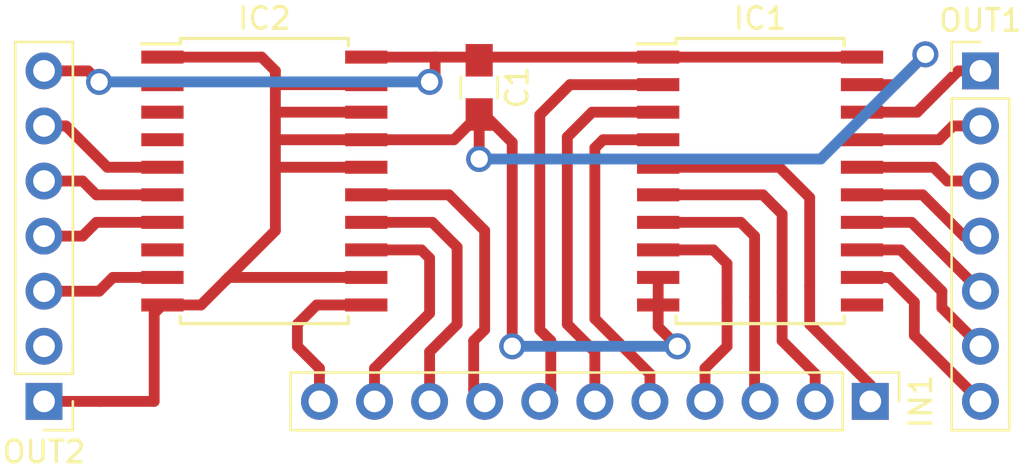
<source format=kicad_pcb>
(kicad_pcb (version 4) (host pcbnew 4.0.4-stable)

  (general
    (links 37)
    (no_connects 0)
    (area 0 0 0 0)
    (thickness 1.6)
    (drawings 0)
    (tracks 150)
    (zones 0)
    (modules 6)
    (nets 25)
  )

  (page A4)
  (layers
    (0 F.Cu signal)
    (31 B.Cu signal)
    (32 B.Adhes user)
    (33 F.Adhes user)
    (34 B.Paste user)
    (35 F.Paste user)
    (36 B.SilkS user)
    (37 F.SilkS user)
    (38 B.Mask user)
    (39 F.Mask user)
    (40 Dwgs.User user)
    (41 Cmts.User user)
    (42 Eco1.User user)
    (43 Eco2.User user)
    (44 Edge.Cuts user)
    (45 Margin user)
    (46 B.CrtYd user)
    (47 F.CrtYd user)
    (48 B.Fab user)
    (49 F.Fab user)
  )

  (setup
    (last_trace_width 0.5)
    (user_trace_width 0.4)
    (user_trace_width 0.5)
    (user_trace_width 0.75)
    (user_trace_width 1)
    (user_trace_width 1.5)
    (trace_clearance 0.5)
    (zone_clearance 0.25)
    (zone_45_only no)
    (trace_min 0.25)
    (segment_width 0.2)
    (edge_width 0.15)
    (via_size 0.6)
    (via_drill 0.4)
    (via_min_size 0.4)
    (via_min_drill 0.3)
    (user_via 1 0.6)
    (user_via 1.2 0.8)
    (uvia_size 0.3)
    (uvia_drill 0.1)
    (uvias_allowed no)
    (uvia_min_size 0.2)
    (uvia_min_drill 0.1)
    (pcb_text_width 0.3)
    (pcb_text_size 1.5 1.5)
    (mod_edge_width 0.15)
    (mod_text_size 1 1)
    (mod_text_width 0.15)
    (pad_size 1.524 1.524)
    (pad_drill 0.762)
    (pad_to_mask_clearance 0.2)
    (solder_mask_min_width 0.2)
    (aux_axis_origin 0 0)
    (visible_elements 7FFCFFFF)
    (pcbplotparams
      (layerselection 0x01000_00000001)
      (usegerberextensions false)
      (excludeedgelayer true)
      (linewidth 0.100000)
      (plotframeref false)
      (viasonmask false)
      (mode 1)
      (useauxorigin false)
      (hpglpennumber 1)
      (hpglpenspeed 20)
      (hpglpendiameter 15)
      (hpglpenoverlay 2)
      (psnegative false)
      (psa4output false)
      (plotreference true)
      (plotvalue true)
      (plotinvisibletext false)
      (padsonsilk false)
      (subtractmaskfromsilk false)
      (outputformat 2)
      (mirror false)
      (drillshape 0)
      (scaleselection 1)
      (outputdirectory gerber/))
  )

  (net 0 "")
  (net 1 GND)
  (net 2 +3V3)
  (net 3 /D3)
  (net 4 /D2)
  (net 5 /D1)
  (net 6 /D0)
  (net 7 /CAS)
  (net 8 /IOREQ)
  (net 9 /WR)
  (net 10 "Net-(IC1-Pad12)")
  (net 11 "Net-(IC1-Pad13)")
  (net 12 "Net-(IC1-Pad14)")
  (net 13 "Net-(IC1-Pad15)")
  (net 14 "Net-(IC1-Pad16)")
  (net 15 "Net-(IC1-Pad17)")
  (net 16 "Net-(IC1-Pad18)")
  (net 17 /D7)
  (net 18 /D6)
  (net 19 /D5)
  (net 20 /D4)
  (net 21 "Net-(IC2-Pad5)")
  (net 22 "Net-(IC2-Pad6)")
  (net 23 "Net-(IC2-Pad7)")
  (net 24 "Net-(IC2-Pad9)")

  (net_class Default "This is the default net class."
    (clearance 0.5)
    (trace_width 0.5)
    (via_dia 0.6)
    (via_drill 0.4)
    (uvia_dia 0.3)
    (uvia_drill 0.1)
    (add_net +3V3)
    (add_net /CAS)
    (add_net /D0)
    (add_net /D1)
    (add_net /D2)
    (add_net /D3)
    (add_net /D4)
    (add_net /D5)
    (add_net /D6)
    (add_net /D7)
    (add_net /IOREQ)
    (add_net /WR)
    (add_net GND)
    (add_net "Net-(IC1-Pad12)")
    (add_net "Net-(IC1-Pad13)")
    (add_net "Net-(IC1-Pad14)")
    (add_net "Net-(IC1-Pad15)")
    (add_net "Net-(IC1-Pad16)")
    (add_net "Net-(IC1-Pad17)")
    (add_net "Net-(IC1-Pad18)")
    (add_net "Net-(IC2-Pad5)")
    (add_net "Net-(IC2-Pad6)")
    (add_net "Net-(IC2-Pad7)")
    (add_net "Net-(IC2-Pad9)")
  )

  (module Capacitors_SMD:C_0805_HandSoldering (layer F.Cu) (tedit 58AA84A8) (tstamp 59E3B3C2)
    (at 162.306 94.742 270)
    (descr "Capacitor SMD 0805, hand soldering")
    (tags "capacitor 0805")
    (path /59F1E075)
    (attr smd)
    (fp_text reference C1 (at 0 -1.75 270) (layer F.SilkS)
      (effects (font (size 1 1) (thickness 0.15)))
    )
    (fp_text value 10uF (at 0 1.75 270) (layer F.Fab)
      (effects (font (size 1 1) (thickness 0.15)))
    )
    (fp_text user %R (at 0 -1.75 270) (layer F.Fab)
      (effects (font (size 1 1) (thickness 0.15)))
    )
    (fp_line (start -1 0.62) (end -1 -0.62) (layer F.Fab) (width 0.1))
    (fp_line (start 1 0.62) (end -1 0.62) (layer F.Fab) (width 0.1))
    (fp_line (start 1 -0.62) (end 1 0.62) (layer F.Fab) (width 0.1))
    (fp_line (start -1 -0.62) (end 1 -0.62) (layer F.Fab) (width 0.1))
    (fp_line (start 0.5 -0.85) (end -0.5 -0.85) (layer F.SilkS) (width 0.12))
    (fp_line (start -0.5 0.85) (end 0.5 0.85) (layer F.SilkS) (width 0.12))
    (fp_line (start -2.25 -0.88) (end 2.25 -0.88) (layer F.CrtYd) (width 0.05))
    (fp_line (start -2.25 -0.88) (end -2.25 0.87) (layer F.CrtYd) (width 0.05))
    (fp_line (start 2.25 0.87) (end 2.25 -0.88) (layer F.CrtYd) (width 0.05))
    (fp_line (start 2.25 0.87) (end -2.25 0.87) (layer F.CrtYd) (width 0.05))
    (pad 1 smd rect (at -1.25 0 270) (size 1.5 1.25) (layers F.Cu F.Paste F.Mask)
      (net 2 +3V3))
    (pad 2 smd rect (at 1.25 0 270) (size 1.5 1.25) (layers F.Cu F.Paste F.Mask)
      (net 1 GND))
    (model Capacitors_SMD.3dshapes/C_0805.wrl
      (at (xyz 0 0 0))
      (scale (xyz 1 1 1))
      (rotate (xyz 0 0 0))
    )
  )

  (module Housings_SOIC:SOIC-20W_7.5x12.8mm_Pitch1.27mm (layer F.Cu) (tedit 58CC8F64) (tstamp 59F1B0F1)
    (at 175.26 99.06)
    (descr "20-Lead Plastic Small Outline (SO) - Wide, 7.50 mm Body [SOIC] (see Microchip Packaging Specification 00000049BS.pdf)")
    (tags "SOIC 1.27")
    (path /59F1AB13)
    (attr smd)
    (fp_text reference IC1 (at 0 -7.5) (layer F.SilkS)
      (effects (font (size 1 1) (thickness 0.15)))
    )
    (fp_text value LVC245A (at 0 7.5) (layer F.Fab)
      (effects (font (size 1 1) (thickness 0.15)))
    )
    (fp_text user %R (at 0 0) (layer F.Fab)
      (effects (font (size 1 1) (thickness 0.15)))
    )
    (fp_line (start -2.75 -6.4) (end 3.75 -6.4) (layer F.Fab) (width 0.15))
    (fp_line (start 3.75 -6.4) (end 3.75 6.4) (layer F.Fab) (width 0.15))
    (fp_line (start 3.75 6.4) (end -3.75 6.4) (layer F.Fab) (width 0.15))
    (fp_line (start -3.75 6.4) (end -3.75 -5.4) (layer F.Fab) (width 0.15))
    (fp_line (start -3.75 -5.4) (end -2.75 -6.4) (layer F.Fab) (width 0.15))
    (fp_line (start -5.95 -6.75) (end -5.95 6.75) (layer F.CrtYd) (width 0.05))
    (fp_line (start 5.95 -6.75) (end 5.95 6.75) (layer F.CrtYd) (width 0.05))
    (fp_line (start -5.95 -6.75) (end 5.95 -6.75) (layer F.CrtYd) (width 0.05))
    (fp_line (start -5.95 6.75) (end 5.95 6.75) (layer F.CrtYd) (width 0.05))
    (fp_line (start -3.875 -6.575) (end -3.875 -6.325) (layer F.SilkS) (width 0.15))
    (fp_line (start 3.875 -6.575) (end 3.875 -6.24) (layer F.SilkS) (width 0.15))
    (fp_line (start 3.875 6.575) (end 3.875 6.24) (layer F.SilkS) (width 0.15))
    (fp_line (start -3.875 6.575) (end -3.875 6.24) (layer F.SilkS) (width 0.15))
    (fp_line (start -3.875 -6.575) (end 3.875 -6.575) (layer F.SilkS) (width 0.15))
    (fp_line (start -3.875 6.575) (end 3.875 6.575) (layer F.SilkS) (width 0.15))
    (fp_line (start -3.875 -6.325) (end -5.675 -6.325) (layer F.SilkS) (width 0.15))
    (pad 1 smd rect (at -4.7 -5.715) (size 1.95 0.6) (layers F.Cu F.Paste F.Mask)
      (net 2 +3V3))
    (pad 2 smd rect (at -4.7 -4.445) (size 1.95 0.6) (layers F.Cu F.Paste F.Mask)
      (net 3 /D3))
    (pad 3 smd rect (at -4.7 -3.175) (size 1.95 0.6) (layers F.Cu F.Paste F.Mask)
      (net 4 /D2))
    (pad 4 smd rect (at -4.7 -1.905) (size 1.95 0.6) (layers F.Cu F.Paste F.Mask)
      (net 5 /D1))
    (pad 5 smd rect (at -4.7 -0.635) (size 1.95 0.6) (layers F.Cu F.Paste F.Mask)
      (net 9 /WR))
    (pad 6 smd rect (at -4.7 0.635) (size 1.95 0.6) (layers F.Cu F.Paste F.Mask)
      (net 8 /IOREQ))
    (pad 7 smd rect (at -4.7 1.905) (size 1.95 0.6) (layers F.Cu F.Paste F.Mask)
      (net 7 /CAS))
    (pad 8 smd rect (at -4.7 3.175) (size 1.95 0.6) (layers F.Cu F.Paste F.Mask)
      (net 6 /D0))
    (pad 9 smd rect (at -4.7 4.445) (size 1.95 0.6) (layers F.Cu F.Paste F.Mask)
      (net 1 GND))
    (pad 10 smd rect (at -4.7 5.715) (size 1.95 0.6) (layers F.Cu F.Paste F.Mask)
      (net 1 GND))
    (pad 11 smd rect (at 4.7 5.715) (size 1.95 0.6) (layers F.Cu F.Paste F.Mask))
    (pad 12 smd rect (at 4.7 4.445) (size 1.95 0.6) (layers F.Cu F.Paste F.Mask)
      (net 10 "Net-(IC1-Pad12)"))
    (pad 13 smd rect (at 4.7 3.175) (size 1.95 0.6) (layers F.Cu F.Paste F.Mask)
      (net 11 "Net-(IC1-Pad13)"))
    (pad 14 smd rect (at 4.7 1.905) (size 1.95 0.6) (layers F.Cu F.Paste F.Mask)
      (net 12 "Net-(IC1-Pad14)"))
    (pad 15 smd rect (at 4.7 0.635) (size 1.95 0.6) (layers F.Cu F.Paste F.Mask)
      (net 13 "Net-(IC1-Pad15)"))
    (pad 16 smd rect (at 4.7 -0.635) (size 1.95 0.6) (layers F.Cu F.Paste F.Mask)
      (net 14 "Net-(IC1-Pad16)"))
    (pad 17 smd rect (at 4.7 -1.905) (size 1.95 0.6) (layers F.Cu F.Paste F.Mask)
      (net 15 "Net-(IC1-Pad17)"))
    (pad 18 smd rect (at 4.7 -3.175) (size 1.95 0.6) (layers F.Cu F.Paste F.Mask)
      (net 16 "Net-(IC1-Pad18)"))
    (pad 19 smd rect (at 4.7 -4.445) (size 1.95 0.6) (layers F.Cu F.Paste F.Mask)
      (net 1 GND))
    (pad 20 smd rect (at 4.7 -5.715) (size 1.95 0.6) (layers F.Cu F.Paste F.Mask)
      (net 2 +3V3))
    (model ${KISYS3DMOD}/Housings_SOIC.3dshapes/SOIC-20W_7.5x12.8mm_Pitch1.27mm.wrl
      (at (xyz 0 0 0))
      (scale (xyz 1 1 1))
      (rotate (xyz 0 0 0))
    )
  )

  (module Housings_SOIC:SOIC-20W_7.5x12.8mm_Pitch1.27mm (layer F.Cu) (tedit 58CC8F64) (tstamp 59F1B109)
    (at 152.4 99.06)
    (descr "20-Lead Plastic Small Outline (SO) - Wide, 7.50 mm Body [SOIC] (see Microchip Packaging Specification 00000049BS.pdf)")
    (tags "SOIC 1.27")
    (path /59F1A87D)
    (attr smd)
    (fp_text reference IC2 (at 0 -7.5) (layer F.SilkS)
      (effects (font (size 1 1) (thickness 0.15)))
    )
    (fp_text value LVC245A (at 0 7.5) (layer F.Fab)
      (effects (font (size 1 1) (thickness 0.15)))
    )
    (fp_text user %R (at 0 0) (layer F.Fab)
      (effects (font (size 1 1) (thickness 0.15)))
    )
    (fp_line (start -2.75 -6.4) (end 3.75 -6.4) (layer F.Fab) (width 0.15))
    (fp_line (start 3.75 -6.4) (end 3.75 6.4) (layer F.Fab) (width 0.15))
    (fp_line (start 3.75 6.4) (end -3.75 6.4) (layer F.Fab) (width 0.15))
    (fp_line (start -3.75 6.4) (end -3.75 -5.4) (layer F.Fab) (width 0.15))
    (fp_line (start -3.75 -5.4) (end -2.75 -6.4) (layer F.Fab) (width 0.15))
    (fp_line (start -5.95 -6.75) (end -5.95 6.75) (layer F.CrtYd) (width 0.05))
    (fp_line (start 5.95 -6.75) (end 5.95 6.75) (layer F.CrtYd) (width 0.05))
    (fp_line (start -5.95 -6.75) (end 5.95 -6.75) (layer F.CrtYd) (width 0.05))
    (fp_line (start -5.95 6.75) (end 5.95 6.75) (layer F.CrtYd) (width 0.05))
    (fp_line (start -3.875 -6.575) (end -3.875 -6.325) (layer F.SilkS) (width 0.15))
    (fp_line (start 3.875 -6.575) (end 3.875 -6.24) (layer F.SilkS) (width 0.15))
    (fp_line (start 3.875 6.575) (end 3.875 6.24) (layer F.SilkS) (width 0.15))
    (fp_line (start -3.875 6.575) (end -3.875 6.24) (layer F.SilkS) (width 0.15))
    (fp_line (start -3.875 -6.575) (end 3.875 -6.575) (layer F.SilkS) (width 0.15))
    (fp_line (start -3.875 6.575) (end 3.875 6.575) (layer F.SilkS) (width 0.15))
    (fp_line (start -3.875 -6.325) (end -5.675 -6.325) (layer F.SilkS) (width 0.15))
    (pad 1 smd rect (at -4.7 -5.715) (size 1.95 0.6) (layers F.Cu F.Paste F.Mask)
      (net 1 GND))
    (pad 2 smd rect (at -4.7 -4.445) (size 1.95 0.6) (layers F.Cu F.Paste F.Mask))
    (pad 3 smd rect (at -4.7 -3.175) (size 1.95 0.6) (layers F.Cu F.Paste F.Mask))
    (pad 4 smd rect (at -4.7 -1.905) (size 1.95 0.6) (layers F.Cu F.Paste F.Mask))
    (pad 5 smd rect (at -4.7 -0.635) (size 1.95 0.6) (layers F.Cu F.Paste F.Mask)
      (net 21 "Net-(IC2-Pad5)"))
    (pad 6 smd rect (at -4.7 0.635) (size 1.95 0.6) (layers F.Cu F.Paste F.Mask)
      (net 22 "Net-(IC2-Pad6)"))
    (pad 7 smd rect (at -4.7 1.905) (size 1.95 0.6) (layers F.Cu F.Paste F.Mask)
      (net 23 "Net-(IC2-Pad7)"))
    (pad 8 smd rect (at -4.7 3.175) (size 1.95 0.6) (layers F.Cu F.Paste F.Mask))
    (pad 9 smd rect (at -4.7 4.445) (size 1.95 0.6) (layers F.Cu F.Paste F.Mask)
      (net 24 "Net-(IC2-Pad9)"))
    (pad 10 smd rect (at -4.7 5.715) (size 1.95 0.6) (layers F.Cu F.Paste F.Mask)
      (net 1 GND))
    (pad 11 smd rect (at 4.7 5.715) (size 1.95 0.6) (layers F.Cu F.Paste F.Mask)
      (net 17 /D7))
    (pad 12 smd rect (at 4.7 4.445) (size 1.95 0.6) (layers F.Cu F.Paste F.Mask)
      (net 1 GND))
    (pad 13 smd rect (at 4.7 3.175) (size 1.95 0.6) (layers F.Cu F.Paste F.Mask)
      (net 18 /D6))
    (pad 14 smd rect (at 4.7 1.905) (size 1.95 0.6) (layers F.Cu F.Paste F.Mask)
      (net 19 /D5))
    (pad 15 smd rect (at 4.7 0.635) (size 1.95 0.6) (layers F.Cu F.Paste F.Mask)
      (net 20 /D4))
    (pad 16 smd rect (at 4.7 -0.635) (size 1.95 0.6) (layers F.Cu F.Paste F.Mask)
      (net 1 GND))
    (pad 17 smd rect (at 4.7 -1.905) (size 1.95 0.6) (layers F.Cu F.Paste F.Mask)
      (net 1 GND))
    (pad 18 smd rect (at 4.7 -3.175) (size 1.95 0.6) (layers F.Cu F.Paste F.Mask)
      (net 1 GND))
    (pad 19 smd rect (at 4.7 -4.445) (size 1.95 0.6) (layers F.Cu F.Paste F.Mask)
      (net 1 GND))
    (pad 20 smd rect (at 4.7 -5.715) (size 1.95 0.6) (layers F.Cu F.Paste F.Mask)
      (net 2 +3V3))
    (model ${KISYS3DMOD}/Housings_SOIC.3dshapes/SOIC-20W_7.5x12.8mm_Pitch1.27mm.wrl
      (at (xyz 0 0 0))
      (scale (xyz 1 1 1))
      (rotate (xyz 0 0 0))
    )
  )

  (module Pin_Headers:Pin_Header_Straight_1x07_Pitch2.54mm (layer F.Cu) (tedit 59650532) (tstamp 59F1B126)
    (at 185.42 93.98)
    (descr "Through hole straight pin header, 1x07, 2.54mm pitch, single row")
    (tags "Through hole pin header THT 1x07 2.54mm single row")
    (path /59F1A78D)
    (fp_text reference OUT1 (at 0 -2.33) (layer F.SilkS)
      (effects (font (size 1 1) (thickness 0.15)))
    )
    (fp_text value CONN_01X07 (at 0 17.57) (layer F.Fab)
      (effects (font (size 1 1) (thickness 0.15)))
    )
    (fp_line (start -0.635 -1.27) (end 1.27 -1.27) (layer F.Fab) (width 0.1))
    (fp_line (start 1.27 -1.27) (end 1.27 16.51) (layer F.Fab) (width 0.1))
    (fp_line (start 1.27 16.51) (end -1.27 16.51) (layer F.Fab) (width 0.1))
    (fp_line (start -1.27 16.51) (end -1.27 -0.635) (layer F.Fab) (width 0.1))
    (fp_line (start -1.27 -0.635) (end -0.635 -1.27) (layer F.Fab) (width 0.1))
    (fp_line (start -1.33 16.57) (end 1.33 16.57) (layer F.SilkS) (width 0.12))
    (fp_line (start -1.33 1.27) (end -1.33 16.57) (layer F.SilkS) (width 0.12))
    (fp_line (start 1.33 1.27) (end 1.33 16.57) (layer F.SilkS) (width 0.12))
    (fp_line (start -1.33 1.27) (end 1.33 1.27) (layer F.SilkS) (width 0.12))
    (fp_line (start -1.33 0) (end -1.33 -1.33) (layer F.SilkS) (width 0.12))
    (fp_line (start -1.33 -1.33) (end 0 -1.33) (layer F.SilkS) (width 0.12))
    (fp_line (start -1.8 -1.8) (end -1.8 17.05) (layer F.CrtYd) (width 0.05))
    (fp_line (start -1.8 17.05) (end 1.8 17.05) (layer F.CrtYd) (width 0.05))
    (fp_line (start 1.8 17.05) (end 1.8 -1.8) (layer F.CrtYd) (width 0.05))
    (fp_line (start 1.8 -1.8) (end -1.8 -1.8) (layer F.CrtYd) (width 0.05))
    (fp_text user %R (at 0 7.62 90) (layer F.Fab)
      (effects (font (size 1 1) (thickness 0.15)))
    )
    (pad 1 thru_hole rect (at 0 0) (size 1.7 1.7) (drill 1) (layers *.Cu *.Mask)
      (net 16 "Net-(IC1-Pad18)"))
    (pad 2 thru_hole oval (at 0 2.54) (size 1.7 1.7) (drill 1) (layers *.Cu *.Mask)
      (net 15 "Net-(IC1-Pad17)"))
    (pad 3 thru_hole oval (at 0 5.08) (size 1.7 1.7) (drill 1) (layers *.Cu *.Mask)
      (net 14 "Net-(IC1-Pad16)"))
    (pad 4 thru_hole oval (at 0 7.62) (size 1.7 1.7) (drill 1) (layers *.Cu *.Mask)
      (net 13 "Net-(IC1-Pad15)"))
    (pad 5 thru_hole oval (at 0 10.16) (size 1.7 1.7) (drill 1) (layers *.Cu *.Mask)
      (net 12 "Net-(IC1-Pad14)"))
    (pad 6 thru_hole oval (at 0 12.7) (size 1.7 1.7) (drill 1) (layers *.Cu *.Mask)
      (net 11 "Net-(IC1-Pad13)"))
    (pad 7 thru_hole oval (at 0 15.24) (size 1.7 1.7) (drill 1) (layers *.Cu *.Mask)
      (net 10 "Net-(IC1-Pad12)"))
    (model ${KISYS3DMOD}/Pin_Headers.3dshapes/Pin_Header_Straight_1x07_Pitch2.54mm.wrl
      (at (xyz 0 0 0))
      (scale (xyz 1 1 1))
      (rotate (xyz 0 0 0))
    )
  )

  (module Pin_Headers:Pin_Header_Straight_1x07_Pitch2.54mm (layer F.Cu) (tedit 59650532) (tstamp 59F303EC)
    (at 142.24 109.22 180)
    (descr "Through hole straight pin header, 1x07, 2.54mm pitch, single row")
    (tags "Through hole pin header THT 1x07 2.54mm single row")
    (path /59F306C2)
    (fp_text reference OUT2 (at 0 -2.33 180) (layer F.SilkS)
      (effects (font (size 1 1) (thickness 0.15)))
    )
    (fp_text value CONN_01X07 (at 0 17.57 180) (layer F.Fab)
      (effects (font (size 1 1) (thickness 0.15)))
    )
    (fp_line (start -0.635 -1.27) (end 1.27 -1.27) (layer F.Fab) (width 0.1))
    (fp_line (start 1.27 -1.27) (end 1.27 16.51) (layer F.Fab) (width 0.1))
    (fp_line (start 1.27 16.51) (end -1.27 16.51) (layer F.Fab) (width 0.1))
    (fp_line (start -1.27 16.51) (end -1.27 -0.635) (layer F.Fab) (width 0.1))
    (fp_line (start -1.27 -0.635) (end -0.635 -1.27) (layer F.Fab) (width 0.1))
    (fp_line (start -1.33 16.57) (end 1.33 16.57) (layer F.SilkS) (width 0.12))
    (fp_line (start -1.33 1.27) (end -1.33 16.57) (layer F.SilkS) (width 0.12))
    (fp_line (start 1.33 1.27) (end 1.33 16.57) (layer F.SilkS) (width 0.12))
    (fp_line (start -1.33 1.27) (end 1.33 1.27) (layer F.SilkS) (width 0.12))
    (fp_line (start -1.33 0) (end -1.33 -1.33) (layer F.SilkS) (width 0.12))
    (fp_line (start -1.33 -1.33) (end 0 -1.33) (layer F.SilkS) (width 0.12))
    (fp_line (start -1.8 -1.8) (end -1.8 17.05) (layer F.CrtYd) (width 0.05))
    (fp_line (start -1.8 17.05) (end 1.8 17.05) (layer F.CrtYd) (width 0.05))
    (fp_line (start 1.8 17.05) (end 1.8 -1.8) (layer F.CrtYd) (width 0.05))
    (fp_line (start 1.8 -1.8) (end -1.8 -1.8) (layer F.CrtYd) (width 0.05))
    (fp_text user %R (at 0 7.62 270) (layer F.Fab)
      (effects (font (size 1 1) (thickness 0.15)))
    )
    (pad 1 thru_hole rect (at 0 0 180) (size 1.7 1.7) (drill 1) (layers *.Cu *.Mask)
      (net 1 GND))
    (pad 2 thru_hole oval (at 0 2.54 180) (size 1.7 1.7) (drill 1) (layers *.Cu *.Mask))
    (pad 3 thru_hole oval (at 0 5.08 180) (size 1.7 1.7) (drill 1) (layers *.Cu *.Mask)
      (net 24 "Net-(IC2-Pad9)"))
    (pad 4 thru_hole oval (at 0 7.62 180) (size 1.7 1.7) (drill 1) (layers *.Cu *.Mask)
      (net 23 "Net-(IC2-Pad7)"))
    (pad 5 thru_hole oval (at 0 10.16 180) (size 1.7 1.7) (drill 1) (layers *.Cu *.Mask)
      (net 22 "Net-(IC2-Pad6)"))
    (pad 6 thru_hole oval (at 0 12.7 180) (size 1.7 1.7) (drill 1) (layers *.Cu *.Mask)
      (net 21 "Net-(IC2-Pad5)"))
    (pad 7 thru_hole oval (at 0 15.24 180) (size 1.7 1.7) (drill 1) (layers *.Cu *.Mask)
      (net 2 +3V3))
    (model ${KISYS3DMOD}/Pin_Headers.3dshapes/Pin_Header_Straight_1x07_Pitch2.54mm.wrl
      (at (xyz 0 0 0))
      (scale (xyz 1 1 1))
      (rotate (xyz 0 0 0))
    )
  )

  (module Pin_Headers:Pin_Header_Straight_1x11_Pitch2.54mm (layer F.Cu) (tedit 59650532) (tstamp 59F30433)
    (at 180.34 109.22 270)
    (descr "Through hole straight pin header, 1x11, 2.54mm pitch, single row")
    (tags "Through hole pin header THT 1x11 2.54mm single row")
    (path /59F30954)
    (fp_text reference IN1 (at 0 -2.33 270) (layer F.SilkS)
      (effects (font (size 1 1) (thickness 0.15)))
    )
    (fp_text value CONN_01X11 (at 0 27.73 270) (layer F.Fab)
      (effects (font (size 1 1) (thickness 0.15)))
    )
    (fp_line (start -0.635 -1.27) (end 1.27 -1.27) (layer F.Fab) (width 0.1))
    (fp_line (start 1.27 -1.27) (end 1.27 26.67) (layer F.Fab) (width 0.1))
    (fp_line (start 1.27 26.67) (end -1.27 26.67) (layer F.Fab) (width 0.1))
    (fp_line (start -1.27 26.67) (end -1.27 -0.635) (layer F.Fab) (width 0.1))
    (fp_line (start -1.27 -0.635) (end -0.635 -1.27) (layer F.Fab) (width 0.1))
    (fp_line (start -1.33 26.73) (end 1.33 26.73) (layer F.SilkS) (width 0.12))
    (fp_line (start -1.33 1.27) (end -1.33 26.73) (layer F.SilkS) (width 0.12))
    (fp_line (start 1.33 1.27) (end 1.33 26.73) (layer F.SilkS) (width 0.12))
    (fp_line (start -1.33 1.27) (end 1.33 1.27) (layer F.SilkS) (width 0.12))
    (fp_line (start -1.33 0) (end -1.33 -1.33) (layer F.SilkS) (width 0.12))
    (fp_line (start -1.33 -1.33) (end 0 -1.33) (layer F.SilkS) (width 0.12))
    (fp_line (start -1.8 -1.8) (end -1.8 27.2) (layer F.CrtYd) (width 0.05))
    (fp_line (start -1.8 27.2) (end 1.8 27.2) (layer F.CrtYd) (width 0.05))
    (fp_line (start 1.8 27.2) (end 1.8 -1.8) (layer F.CrtYd) (width 0.05))
    (fp_line (start 1.8 -1.8) (end -1.8 -1.8) (layer F.CrtYd) (width 0.05))
    (fp_text user %R (at 0 12.7 360) (layer F.Fab)
      (effects (font (size 1 1) (thickness 0.15)))
    )
    (pad 1 thru_hole rect (at 0 0 270) (size 1.7 1.7) (drill 1) (layers *.Cu *.Mask)
      (net 9 /WR))
    (pad 2 thru_hole oval (at 0 2.54 270) (size 1.7 1.7) (drill 1) (layers *.Cu *.Mask)
      (net 8 /IOREQ))
    (pad 3 thru_hole oval (at 0 5.08 270) (size 1.7 1.7) (drill 1) (layers *.Cu *.Mask)
      (net 7 /CAS))
    (pad 4 thru_hole oval (at 0 7.62 270) (size 1.7 1.7) (drill 1) (layers *.Cu *.Mask)
      (net 6 /D0))
    (pad 5 thru_hole oval (at 0 10.16 270) (size 1.7 1.7) (drill 1) (layers *.Cu *.Mask)
      (net 5 /D1))
    (pad 6 thru_hole oval (at 0 12.7 270) (size 1.7 1.7) (drill 1) (layers *.Cu *.Mask)
      (net 4 /D2))
    (pad 7 thru_hole oval (at 0 15.24 270) (size 1.7 1.7) (drill 1) (layers *.Cu *.Mask)
      (net 3 /D3))
    (pad 8 thru_hole oval (at 0 17.78 270) (size 1.7 1.7) (drill 1) (layers *.Cu *.Mask)
      (net 20 /D4))
    (pad 9 thru_hole oval (at 0 20.32 270) (size 1.7 1.7) (drill 1) (layers *.Cu *.Mask)
      (net 19 /D5))
    (pad 10 thru_hole oval (at 0 22.86 270) (size 1.7 1.7) (drill 1) (layers *.Cu *.Mask)
      (net 18 /D6))
    (pad 11 thru_hole oval (at 0 25.4 270) (size 1.7 1.7) (drill 1) (layers *.Cu *.Mask)
      (net 17 /D7))
    (model ${KISYS3DMOD}/Pin_Headers.3dshapes/Pin_Header_Straight_1x11_Pitch2.54mm.wrl
      (at (xyz 0 0 0))
      (scale (xyz 1 1 1))
      (rotate (xyz 0 0 0))
    )
  )

  (segment (start 157.1 103.505) (end 150.749 103.505) (width 0.5) (layer F.Cu) (net 1))
  (segment (start 150.749 103.505) (end 150.622 103.632) (width 0.5) (layer F.Cu) (net 1) (tstamp 59F305F7))
  (segment (start 179.96 94.615) (end 181.483 94.615) (width 0.5) (layer F.Cu) (net 1))
  (segment (start 162.306 98.044) (end 162.306 95.992) (width 0.5) (layer F.Cu) (net 1) (tstamp 59F1F598))
  (via (at 162.306 98.044) (size 1.2) (drill 0.8) (layers F.Cu B.Cu) (net 1))
  (segment (start 178.054 98.044) (end 162.306 98.044) (width 0.5) (layer B.Cu) (net 1) (tstamp 59F1F56E))
  (segment (start 182.88 93.218) (end 178.054 98.044) (width 0.5) (layer B.Cu) (net 1) (tstamp 59F1F56D))
  (via (at 182.88 93.218) (size 1.2) (drill 0.8) (layers F.Cu B.Cu) (net 1))
  (segment (start 181.483 94.615) (end 182.88 93.218) (width 0.5) (layer F.Cu) (net 1) (tstamp 59F1F568))
  (segment (start 165.862 106.68) (end 171.45 106.68) (width 0.5) (layer B.Cu) (net 1))
  (segment (start 163.83 106.68) (end 165.862 106.68) (width 0.5) (layer B.Cu) (net 1) (tstamp 59F1F4AB))
  (segment (start 162.54 95.992) (end 163.83 97.282) (width 0.5) (layer F.Cu) (net 1) (tstamp 59F1F461))
  (segment (start 163.83 97.282) (end 163.83 106.68) (width 0.5) (layer F.Cu) (net 1) (tstamp 59F1F46A))
  (via (at 163.83 106.68) (size 1.2) (drill 0.8) (layers F.Cu B.Cu) (net 1))
  (segment (start 170.56 105.79) (end 170.56 104.775) (width 0.5) (layer F.Cu) (net 1) (tstamp 59F1F512))
  (segment (start 171.45 106.68) (end 170.56 105.79) (width 0.5) (layer F.Cu) (net 1) (tstamp 59F1F511))
  (via (at 171.45 106.68) (size 1.2) (drill 0.8) (layers F.Cu B.Cu) (net 1))
  (segment (start 162.306 95.992) (end 162.54 95.992) (width 0.5) (layer F.Cu) (net 1))
  (segment (start 157.1 97.155) (end 161.143 97.155) (width 0.5) (layer F.Cu) (net 1))
  (segment (start 161.143 97.155) (end 162.306 95.992) (width 0.5) (layer F.Cu) (net 1) (tstamp 59F1F3FC))
  (segment (start 157.1 98.425) (end 152.908 98.425) (width 0.5) (layer F.Cu) (net 1))
  (segment (start 152.908 98.425) (end 152.908 98.552) (width 0.5) (layer F.Cu) (net 1) (tstamp 59F1F3F1))
  (segment (start 152.908 97.155) (end 152.908 98.552) (width 0.5) (layer F.Cu) (net 1))
  (segment (start 152.908 98.552) (end 152.908 101.346) (width 0.5) (layer F.Cu) (net 1) (tstamp 59F1F3F5))
  (segment (start 149.479 104.775) (end 147.7 104.775) (width 0.5) (layer F.Cu) (net 1) (tstamp 59F1F3E5))
  (segment (start 152.908 101.346) (end 150.622 103.632) (width 0.5) (layer F.Cu) (net 1) (tstamp 59F1F3DC))
  (segment (start 150.622 103.632) (end 149.479 104.775) (width 0.5) (layer F.Cu) (net 1) (tstamp 59F305FB))
  (segment (start 147.32 109.22) (end 147.32 105.155) (width 0.5) (layer F.Cu) (net 1))
  (segment (start 147.32 105.155) (end 147.7 104.775) (width 0.5) (layer F.Cu) (net 1) (tstamp 59F1F38A))
  (segment (start 170.56 103.505) (end 170.56 104.775) (width 0.5) (layer F.Cu) (net 1))
  (segment (start 157.1 94.615) (end 152.908 94.615) (width 0.5) (layer F.Cu) (net 1))
  (segment (start 152.908 94.615) (end 152.908 94.742) (width 0.5) (layer F.Cu) (net 1) (tstamp 59F1F097))
  (segment (start 157.1 95.885) (end 152.908 95.885) (width 0.5) (layer F.Cu) (net 1))
  (segment (start 152.908 95.885) (end 152.908 95.758) (width 0.5) (layer F.Cu) (net 1) (tstamp 59F1F092))
  (segment (start 157.1 97.155) (end 152.908 97.155) (width 0.5) (layer F.Cu) (net 1))
  (segment (start 152.908 97.155) (end 152.908 97.028) (width 0.5) (layer F.Cu) (net 1) (tstamp 59F1F08D))
  (segment (start 147.7 93.345) (end 152.273 93.345) (width 0.5) (layer F.Cu) (net 1))
  (segment (start 152.908 93.98) (end 152.908 94.742) (width 0.5) (layer F.Cu) (net 1) (tstamp 59F1F085))
  (segment (start 152.908 94.742) (end 152.908 95.758) (width 0.5) (layer F.Cu) (net 1) (tstamp 59F1F09A))
  (segment (start 152.908 95.758) (end 152.908 97.028) (width 0.5) (layer F.Cu) (net 1) (tstamp 59F1F095))
  (segment (start 152.273 93.345) (end 152.908 93.98) (width 0.5) (layer F.Cu) (net 1) (tstamp 59F1F081))
  (segment (start 147.32 109.22) (end 144.8 109.22) (width 0.5) (layer F.Cu) (net 1))
  (segment (start 144.8 109.22) (end 142.24 109.22) (width 0.5) (layer F.Cu) (net 1) (tstamp 59F1B4CB))
  (segment (start 160.274 93.345) (end 160.274 94.234) (width 0.5) (layer F.Cu) (net 2))
  (segment (start 144.272 93.98) (end 142.24 93.98) (width 0.5) (layer F.Cu) (net 2) (tstamp 59F1F229))
  (segment (start 144.78 94.488) (end 144.272 93.98) (width 0.5) (layer F.Cu) (net 2) (tstamp 59F1F228))
  (via (at 144.78 94.488) (size 1.2) (drill 0.8) (layers F.Cu B.Cu) (net 2))
  (segment (start 160.02 94.488) (end 144.78 94.488) (width 0.5) (layer B.Cu) (net 2) (tstamp 59F1F221))
  (via (at 160.02 94.488) (size 1.2) (drill 0.8) (layers F.Cu B.Cu) (net 2))
  (segment (start 160.274 94.234) (end 160.02 94.488) (width 0.5) (layer F.Cu) (net 2) (tstamp 59F1F21B))
  (segment (start 170.56 93.345) (end 179.96 93.345) (width 0.5) (layer F.Cu) (net 2))
  (segment (start 170.56 93.345) (end 162.453 93.345) (width 0.5) (layer F.Cu) (net 2))
  (segment (start 162.453 93.345) (end 162.306 93.492) (width 0.5) (layer F.Cu) (net 2) (tstamp 59F1EDE1))
  (segment (start 157.1 93.345) (end 160.274 93.345) (width 0.5) (layer F.Cu) (net 2))
  (segment (start 160.274 93.345) (end 162.159 93.345) (width 0.5) (layer F.Cu) (net 2) (tstamp 59F1F219))
  (segment (start 162.159 93.345) (end 162.306 93.492) (width 0.5) (layer F.Cu) (net 2) (tstamp 59F1EDDD))
  (segment (start 165.1 96.012) (end 165.1 105.918) (width 0.5) (layer F.Cu) (net 3))
  (segment (start 165.1 96.012) (end 166.497 94.615) (width 0.5) (layer F.Cu) (net 3) (tstamp 59F1EDAB))
  (segment (start 170.56 94.615) (end 166.497 94.615) (width 0.5) (layer F.Cu) (net 3) (tstamp 59F1EDAD))
  (segment (start 165.608 106.426) (end 165.608 108.712) (width 0.5) (layer F.Cu) (net 3) (tstamp 59F1F4E9))
  (segment (start 165.1 105.918) (end 165.608 106.426) (width 0.5) (layer F.Cu) (net 3) (tstamp 59F1F4E5))
  (segment (start 165.608 108.712) (end 165.1 109.22) (width 0.5) (layer F.Cu) (net 3) (tstamp 59F1F4EC))
  (segment (start 167.64 109.22) (end 167.64 106.934) (width 0.5) (layer F.Cu) (net 4))
  (segment (start 167.513 95.885) (end 170.56 95.885) (width 0.5) (layer F.Cu) (net 4) (tstamp 59F1EDA0))
  (segment (start 166.37 97.028) (end 167.513 95.885) (width 0.5) (layer F.Cu) (net 4) (tstamp 59F1ED9D))
  (segment (start 166.37 105.664) (end 166.37 97.028) (width 0.5) (layer F.Cu) (net 4) (tstamp 59F1ED99))
  (segment (start 167.64 106.934) (end 166.37 105.664) (width 0.5) (layer F.Cu) (net 4) (tstamp 59F1ED96))
  (segment (start 170.18 109.22) (end 170.18 107.95) (width 0.5) (layer F.Cu) (net 5))
  (segment (start 168.021 97.155) (end 170.56 97.155) (width 0.5) (layer F.Cu) (net 5) (tstamp 59F1ED8D))
  (segment (start 167.64 97.536) (end 168.021 97.155) (width 0.5) (layer F.Cu) (net 5) (tstamp 59F1ED67))
  (segment (start 167.64 105.41) (end 167.64 97.536) (width 0.5) (layer F.Cu) (net 5) (tstamp 59F1ED65))
  (segment (start 170.18 107.95) (end 167.64 105.41) (width 0.5) (layer F.Cu) (net 5) (tstamp 59F1ED60))
  (segment (start 173.736 104.648) (end 173.736 106.68) (width 0.5) (layer F.Cu) (net 6))
  (segment (start 173.101 102.235) (end 173.736 102.87) (width 0.5) (layer F.Cu) (net 6) (tstamp 59F1B4DC))
  (segment (start 173.736 102.87) (end 173.736 104.648) (width 0.5) (layer F.Cu) (net 6) (tstamp 59F1B4DD))
  (segment (start 170.56 102.235) (end 173.101 102.235) (width 0.5) (layer F.Cu) (net 6))
  (segment (start 172.72 107.696) (end 172.72 109.22) (width 0.5) (layer F.Cu) (net 6) (tstamp 59F1EE9A))
  (segment (start 173.736 106.68) (end 172.72 107.696) (width 0.5) (layer F.Cu) (net 6) (tstamp 59F1EE99))
  (segment (start 175.006 108.966) (end 175.006 104.394) (width 0.5) (layer F.Cu) (net 7))
  (segment (start 174.371 100.965) (end 175.006 101.6) (width 0.5) (layer F.Cu) (net 7) (tstamp 59F1B4E0))
  (segment (start 175.006 101.6) (end 175.006 104.394) (width 0.5) (layer F.Cu) (net 7) (tstamp 59F1B4E1))
  (segment (start 174.371 100.965) (end 170.56 100.965) (width 0.5) (layer F.Cu) (net 7))
  (segment (start 175.006 108.966) (end 175.26 109.22) (width 0.5) (layer F.Cu) (net 7) (tstamp 59F1EE9D))
  (segment (start 176.276 104.14) (end 176.276 106.426) (width 0.5) (layer F.Cu) (net 8))
  (segment (start 175.387 99.695) (end 176.276 100.584) (width 0.5) (layer F.Cu) (net 8) (tstamp 59F1B4E4))
  (segment (start 176.276 100.584) (end 176.276 104.14) (width 0.5) (layer F.Cu) (net 8) (tstamp 59F1B4E5))
  (segment (start 170.56 99.695) (end 175.387 99.695) (width 0.5) (layer F.Cu) (net 8))
  (segment (start 177.8 107.95) (end 177.8 109.22) (width 0.5) (layer F.Cu) (net 8) (tstamp 59F1EEA1))
  (segment (start 176.276 106.426) (end 177.8 107.95) (width 0.5) (layer F.Cu) (net 8) (tstamp 59F1EEA0))
  (segment (start 177.546 103.886) (end 177.546 105.664) (width 0.5) (layer F.Cu) (net 9))
  (segment (start 176.149 98.425) (end 177.546 99.822) (width 0.5) (layer F.Cu) (net 9) (tstamp 59F1B4E8))
  (segment (start 177.546 99.822) (end 177.546 103.886) (width 0.5) (layer F.Cu) (net 9) (tstamp 59F1B4E9))
  (segment (start 170.56 98.425) (end 176.149 98.425) (width 0.5) (layer F.Cu) (net 9))
  (segment (start 177.546 105.664) (end 180.34 108.458) (width 0.5) (layer F.Cu) (net 9) (tstamp 59F1EEA8))
  (segment (start 180.34 108.458) (end 180.34 109.22) (width 0.5) (layer F.Cu) (net 9) (tstamp 59F1EEA9))
  (segment (start 179.96 103.505) (end 181.229 103.505) (width 0.5) (layer F.Cu) (net 10))
  (segment (start 182.372 106.172) (end 185.42 109.22) (width 0.5) (layer F.Cu) (net 10) (tstamp 59F1B45A))
  (segment (start 182.372 104.648) (end 182.372 106.172) (width 0.5) (layer F.Cu) (net 10) (tstamp 59F1B459))
  (segment (start 181.229 103.505) (end 182.372 104.648) (width 0.5) (layer F.Cu) (net 10) (tstamp 59F1B458))
  (segment (start 179.96 102.235) (end 181.737 102.235) (width 0.5) (layer F.Cu) (net 11))
  (segment (start 183.642 104.902) (end 185.42 106.68) (width 0.5) (layer F.Cu) (net 11) (tstamp 59F1B455))
  (segment (start 183.642 104.14) (end 183.642 104.902) (width 0.5) (layer F.Cu) (net 11) (tstamp 59F1B454))
  (segment (start 181.737 102.235) (end 183.642 104.14) (width 0.5) (layer F.Cu) (net 11) (tstamp 59F1B453))
  (segment (start 179.96 100.965) (end 182.245 100.965) (width 0.5) (layer F.Cu) (net 12))
  (segment (start 182.245 100.965) (end 185.42 104.14) (width 0.5) (layer F.Cu) (net 12) (tstamp 59F1B44A))
  (segment (start 179.96 99.695) (end 182.753 99.695) (width 0.5) (layer F.Cu) (net 13))
  (segment (start 182.753 99.695) (end 184.658 101.6) (width 0.5) (layer F.Cu) (net 13) (tstamp 59F1B461))
  (segment (start 184.658 101.6) (end 185.42 101.6) (width 0.5) (layer F.Cu) (net 13) (tstamp 59F1B462))
  (segment (start 179.96 98.425) (end 183.261 98.425) (width 0.5) (layer F.Cu) (net 14))
  (segment (start 183.896 99.06) (end 185.42 99.06) (width 0.5) (layer F.Cu) (net 14) (tstamp 59F1B467))
  (segment (start 183.261 98.425) (end 183.896 99.06) (width 0.5) (layer F.Cu) (net 14) (tstamp 59F1B466))
  (segment (start 179.96 97.155) (end 183.515 97.155) (width 0.5) (layer F.Cu) (net 15))
  (segment (start 184.15 96.52) (end 185.42 96.52) (width 0.5) (layer F.Cu) (net 15) (tstamp 59F1B441))
  (segment (start 183.515 97.155) (end 184.15 96.52) (width 0.5) (layer F.Cu) (net 15) (tstamp 59F1B440))
  (segment (start 179.96 95.885) (end 182.499 95.885) (width 0.5) (layer F.Cu) (net 16))
  (segment (start 184.404 93.98) (end 185.42 93.98) (width 0.5) (layer F.Cu) (net 16) (tstamp 59F1B43D))
  (segment (start 182.499 95.885) (end 184.404 93.98) (width 0.5) (layer F.Cu) (net 16) (tstamp 59F1B43C))
  (segment (start 154.813 104.775) (end 157.1 104.775) (width 0.5) (layer F.Cu) (net 17) (tstamp 59F1ECB8))
  (segment (start 153.924 105.664) (end 154.813 104.775) (width 0.5) (layer F.Cu) (net 17) (tstamp 59F1ECB5))
  (segment (start 153.924 106.68) (end 153.924 105.664) (width 0.5) (layer F.Cu) (net 17) (tstamp 59F1ECB3))
  (segment (start 154.94 107.696) (end 153.924 106.68) (width 0.5) (layer F.Cu) (net 17) (tstamp 59F1ECB1))
  (segment (start 154.94 109.22) (end 154.94 107.696) (width 0.5) (layer F.Cu) (net 17))
  (segment (start 157.48 109.22) (end 157.48 107.696) (width 0.5) (layer F.Cu) (net 18))
  (segment (start 159.639 102.235) (end 157.1 102.235) (width 0.5) (layer F.Cu) (net 18) (tstamp 59F1ECCD))
  (segment (start 160.02 102.616) (end 159.639 102.235) (width 0.5) (layer F.Cu) (net 18) (tstamp 59F1ECCB))
  (segment (start 160.02 105.156) (end 160.02 102.616) (width 0.5) (layer F.Cu) (net 18) (tstamp 59F1ECC6))
  (segment (start 157.48 107.696) (end 160.02 105.156) (width 0.5) (layer F.Cu) (net 18) (tstamp 59F1ECC1))
  (segment (start 160.02 109.22) (end 160.02 106.934) (width 0.5) (layer F.Cu) (net 19))
  (segment (start 160.147 100.965) (end 157.1 100.965) (width 0.5) (layer F.Cu) (net 19) (tstamp 59F1ECD5))
  (segment (start 161.29 102.108) (end 160.147 100.965) (width 0.5) (layer F.Cu) (net 19) (tstamp 59F1ECD3))
  (segment (start 161.29 105.664) (end 161.29 102.108) (width 0.5) (layer F.Cu) (net 19) (tstamp 59F1ECD1))
  (segment (start 160.02 106.934) (end 161.29 105.664) (width 0.5) (layer F.Cu) (net 19) (tstamp 59F1ECD0))
  (segment (start 162.56 101.346) (end 162.56 105.918) (width 0.5) (layer F.Cu) (net 20))
  (segment (start 162.56 101.346) (end 160.909 99.695) (width 0.5) (layer F.Cu) (net 20) (tstamp 59F1ECDD))
  (segment (start 157.1 99.695) (end 160.909 99.695) (width 0.5) (layer F.Cu) (net 20) (tstamp 59F1ECDF))
  (segment (start 162.052 106.426) (end 162.052 108.712) (width 0.5) (layer F.Cu) (net 20) (tstamp 59F1F4BA))
  (segment (start 162.56 105.918) (end 162.052 106.426) (width 0.5) (layer F.Cu) (net 20) (tstamp 59F1F4B4))
  (segment (start 162.052 108.712) (end 162.56 109.22) (width 0.5) (layer F.Cu) (net 20) (tstamp 59F1F4BD))
  (segment (start 147.7 98.425) (end 145.161 98.425) (width 0.5) (layer F.Cu) (net 21))
  (segment (start 143.256 96.52) (end 142.24 96.52) (width 0.5) (layer F.Cu) (net 21) (tstamp 59F1EBC4))
  (segment (start 145.161 98.425) (end 143.256 96.52) (width 0.5) (layer F.Cu) (net 21) (tstamp 59F1EBC2))
  (segment (start 147.7 99.695) (end 144.653 99.695) (width 0.5) (layer F.Cu) (net 22))
  (segment (start 144.018 99.06) (end 142.24 99.06) (width 0.5) (layer F.Cu) (net 22) (tstamp 59F1EBB9))
  (segment (start 144.653 99.695) (end 144.018 99.06) (width 0.5) (layer F.Cu) (net 22) (tstamp 59F1EBB8))
  (segment (start 147.7 100.965) (end 144.653 100.965) (width 0.5) (layer F.Cu) (net 23))
  (segment (start 144.018 101.6) (end 142.24 101.6) (width 0.5) (layer F.Cu) (net 23) (tstamp 59F1EBB1))
  (segment (start 144.653 100.965) (end 144.018 101.6) (width 0.5) (layer F.Cu) (net 23) (tstamp 59F1EBAE))
  (segment (start 142.24 104.14) (end 144.78 104.14) (width 0.5) (layer F.Cu) (net 24))
  (segment (start 145.415 103.505) (end 147.7 103.505) (width 0.5) (layer F.Cu) (net 24) (tstamp 59F305E8))
  (segment (start 144.78 104.14) (end 145.415 103.505) (width 0.5) (layer F.Cu) (net 24) (tstamp 59F305E6))

)

</source>
